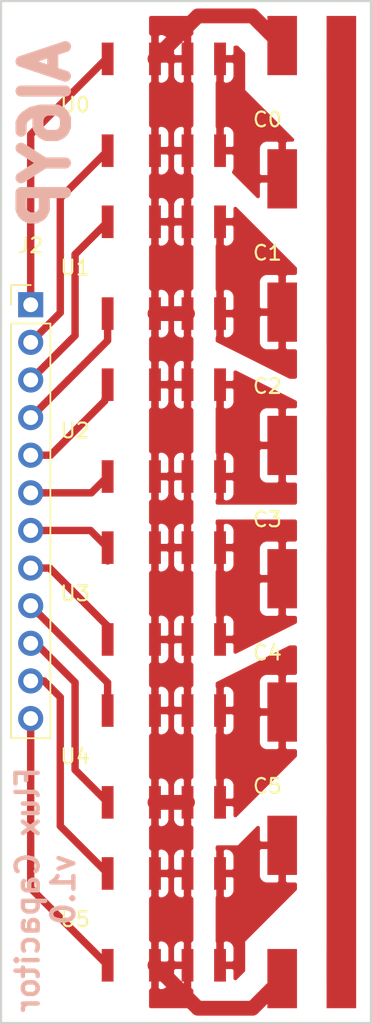
<source format=kicad_pcb>
(kicad_pcb (version 4) (host pcbnew 4.0.7)

  (general
    (links 56)
    (no_connects 0)
    (area 131.252381 63.025 159.075001 139.075)
    (thickness 1.6)
    (drawings 6)
    (tracks 56)
    (zones 0)
    (modules 15)
    (nets 21)
  )

  (page A4)
  (layers
    (0 F.Cu signal)
    (31 B.Cu signal)
    (32 B.Adhes user)
    (33 F.Adhes user)
    (34 B.Paste user)
    (35 F.Paste user)
    (36 B.SilkS user)
    (37 F.SilkS user)
    (38 B.Mask user)
    (39 F.Mask user)
    (40 Dwgs.User user)
    (41 Cmts.User user)
    (42 Eco1.User user)
    (43 Eco2.User user)
    (44 Edge.Cuts user)
    (45 Margin user)
    (46 B.CrtYd user)
    (47 F.CrtYd user)
    (48 B.Fab user)
    (49 F.Fab user)
  )

  (setup
    (last_trace_width 0.25)
    (user_trace_width 0.5)
    (user_trace_width 1)
    (user_trace_width 2)
    (trace_clearance 0.2)
    (zone_clearance 0.508)
    (zone_45_only no)
    (trace_min 0.2)
    (segment_width 0.2)
    (edge_width 0.15)
    (via_size 0.6)
    (via_drill 0.4)
    (via_min_size 0.4)
    (via_min_drill 0.3)
    (uvia_size 0.3)
    (uvia_drill 0.1)
    (uvias_allowed no)
    (uvia_min_size 0.2)
    (uvia_min_drill 0.1)
    (pcb_text_width 0.3)
    (pcb_text_size 1.5 1.5)
    (mod_edge_width 0.15)
    (mod_text_size 1 1)
    (mod_text_width 0.15)
    (pad_size 1.524 1.524)
    (pad_drill 0.762)
    (pad_to_mask_clearance 0.2)
    (aux_axis_origin 0 0)
    (visible_elements FFFFFF7F)
    (pcbplotparams
      (layerselection 0x00030_80000001)
      (usegerberextensions false)
      (excludeedgelayer true)
      (linewidth 0.100000)
      (plotframeref false)
      (viasonmask false)
      (mode 1)
      (useauxorigin false)
      (hpglpennumber 1)
      (hpglpenspeed 20)
      (hpglpendiameter 15)
      (hpglpenoverlay 2)
      (psnegative false)
      (psa4output false)
      (plotreference true)
      (plotvalue true)
      (plotinvisibletext false)
      (padsonsilk false)
      (subtractmaskfromsilk false)
      (outputformat 1)
      (mirror false)
      (drillshape 1)
      (scaleselection 1)
      (outputdirectory ""))
  )

  (net 0 "")
  (net 1 "Net-(C2-Pad2)")
  (net 2 "Net-(C3-Pad2)")
  (net 3 "Net-(C4-Pad2)")
  (net 4 "Net-(C5-Pad2)")
  (net 5 "Net-(J2-Pad1)")
  (net 6 "Net-(J2-Pad2)")
  (net 7 "Net-(J2-Pad3)")
  (net 8 "Net-(J2-Pad4)")
  (net 9 "Net-(J2-Pad5)")
  (net 10 "Net-(J2-Pad6)")
  (net 11 "Net-(J2-Pad7)")
  (net 12 "Net-(J2-Pad8)")
  (net 13 "Net-(J2-Pad9)")
  (net 14 "Net-(J2-Pad10)")
  (net 15 "Net-(J2-Pad11)")
  (net 16 "Net-(J2-Pad12)")
  (net 17 "Net-(C1-Pad2)")
  (net 18 B)
  (net 19 "Net-(C0-Pad1)")
  (net 20 "Net-(C0-Pad2)")

  (net_class Default "This is the default net class."
    (clearance 0.2)
    (trace_width 0.25)
    (via_dia 0.6)
    (via_drill 0.4)
    (uvia_dia 0.3)
    (uvia_drill 0.1)
    (add_net B)
    (add_net "Net-(C0-Pad1)")
    (add_net "Net-(C0-Pad2)")
    (add_net "Net-(C1-Pad2)")
    (add_net "Net-(C2-Pad2)")
    (add_net "Net-(C3-Pad2)")
    (add_net "Net-(C4-Pad2)")
    (add_net "Net-(C5-Pad2)")
    (add_net "Net-(J2-Pad1)")
    (add_net "Net-(J2-Pad10)")
    (add_net "Net-(J2-Pad11)")
    (add_net "Net-(J2-Pad12)")
    (add_net "Net-(J2-Pad2)")
    (add_net "Net-(J2-Pad3)")
    (add_net "Net-(J2-Pad4)")
    (add_net "Net-(J2-Pad5)")
    (add_net "Net-(J2-Pad6)")
    (add_net "Net-(J2-Pad7)")
    (add_net "Net-(J2-Pad8)")
    (add_net "Net-(J2-Pad9)")
  )

  (net_class 1mm ""
    (clearance 0.2)
    (trace_width 1)
    (via_dia 0.6)
    (via_drill 0.4)
    (uvia_dia 0.3)
    (uvia_drill 0.1)
  )

  (module drom:IM_Relay_Gul_Wings (layer F.Cu) (tedit 59E78915) (tstamp 59E786E0)
    (at 145 117)
    (path /59E71494)
    (fp_text reference U4 (at -6 0) (layer F.SilkS)
      (effects (font (size 1 1) (thickness 0.15)))
    )
    (fp_text value IM_Relay_Bis (at 0 -6.35) (layer F.Fab) hide
      (effects (font (size 1 1) (thickness 0.15)))
    )
    (pad 1 smd rect (at -3.8 3.1) (size 0.8 2.2) (layers F.Cu F.Paste F.Mask)
      (net 14 "Net-(J2-Pad10)"))
    (pad 2 smd rect (at -0.6 3.1) (size 0.8 2.2) (layers F.Cu F.Paste F.Mask)
      (net 18 B))
    (pad 3 smd rect (at 1.6 3.1) (size 0.8 2.2) (layers F.Cu F.Paste F.Mask)
      (net 18 B))
    (pad 4 smd rect (at 3.8 3.1) (size 0.8 2.2) (layers F.Cu F.Paste F.Mask)
      (net 3 "Net-(C4-Pad2)"))
    (pad 5 smd rect (at 3.8 -3.1) (size 0.8 2.2) (layers F.Cu F.Paste F.Mask)
      (net 3 "Net-(C4-Pad2)"))
    (pad 6 smd rect (at 1.6 -3.1) (size 0.8 2.2) (layers F.Cu F.Paste F.Mask)
      (net 18 B))
    (pad 7 smd rect (at -0.6 -3.1) (size 0.8 2.2) (layers F.Cu F.Paste F.Mask)
      (net 18 B))
    (pad 8 smd rect (at -3.8 -3.1) (size 0.8 2.2) (layers F.Cu F.Paste F.Mask)
      (net 13 "Net-(J2-Pad9)"))
  )

  (module drom:C_1111 (layer F.Cu) (tedit 59E811F9) (tstamp 59E7866A)
    (at 155 87 180)
    (path /59E70013)
    (fp_text reference C1 (at 3 4 180) (layer F.SilkS)
      (effects (font (size 1 1) (thickness 0.15)))
    )
    (fp_text value C (at 0 -3.81 180) (layer F.Fab) hide
      (effects (font (size 1 1) (thickness 0.15)))
    )
    (pad 1 smd rect (at -2 0 180) (size 2 4) (layers F.Cu F.Paste F.Mask)
      (net 19 "Net-(C0-Pad1)"))
    (pad 2 smd rect (at 2 0 180) (size 2 4) (layers F.Cu F.Paste F.Mask)
      (net 17 "Net-(C1-Pad2)"))
  )

  (module drom:C_1111 (layer F.Cu) (tedit 59E811FF) (tstamp 59E78670)
    (at 155 96 180)
    (path /59E70054)
    (fp_text reference C2 (at 3 4 180) (layer F.SilkS)
      (effects (font (size 1 1) (thickness 0.15)))
    )
    (fp_text value C (at 0 -3.81 180) (layer F.Fab) hide
      (effects (font (size 1 1) (thickness 0.15)))
    )
    (pad 1 smd rect (at -2 0 180) (size 2 4) (layers F.Cu F.Paste F.Mask)
      (net 19 "Net-(C0-Pad1)"))
    (pad 2 smd rect (at 2 0 180) (size 2 4) (layers F.Cu F.Paste F.Mask)
      (net 1 "Net-(C2-Pad2)"))
  )

  (module drom:C_1111 (layer F.Cu) (tedit 59E81202) (tstamp 59E78676)
    (at 155 105 180)
    (path /59E700B4)
    (fp_text reference C3 (at 3 4 180) (layer F.SilkS)
      (effects (font (size 1 1) (thickness 0.15)))
    )
    (fp_text value C (at 0 -3.81 180) (layer F.Fab) hide
      (effects (font (size 1 1) (thickness 0.15)))
    )
    (pad 1 smd rect (at -2 0 180) (size 2 4) (layers F.Cu F.Paste F.Mask)
      (net 19 "Net-(C0-Pad1)"))
    (pad 2 smd rect (at 2 0 180) (size 2 4) (layers F.Cu F.Paste F.Mask)
      (net 2 "Net-(C3-Pad2)"))
  )

  (module drom:C_1111 (layer F.Cu) (tedit 59E81206) (tstamp 59E7867C)
    (at 155 114 180)
    (path /59E70119)
    (fp_text reference C4 (at 3 4 180) (layer F.SilkS)
      (effects (font (size 1 1) (thickness 0.15)))
    )
    (fp_text value C (at 0 -3.81 180) (layer F.Fab) hide
      (effects (font (size 1 1) (thickness 0.15)))
    )
    (pad 1 smd rect (at -2 0 180) (size 2 4) (layers F.Cu F.Paste F.Mask)
      (net 19 "Net-(C0-Pad1)"))
    (pad 2 smd rect (at 2 0 180) (size 2 4) (layers F.Cu F.Paste F.Mask)
      (net 3 "Net-(C4-Pad2)"))
  )

  (module drom:C_1111 (layer F.Cu) (tedit 59E8120B) (tstamp 59E78682)
    (at 155 123 180)
    (path /59E7158F)
    (fp_text reference C5 (at 3 4 180) (layer F.SilkS)
      (effects (font (size 1 1) (thickness 0.15)))
    )
    (fp_text value C (at 0 -3.81 180) (layer F.Fab) hide
      (effects (font (size 1 1) (thickness 0.15)))
    )
    (pad 1 smd rect (at -2 0 180) (size 2 4) (layers F.Cu F.Paste F.Mask)
      (net 19 "Net-(C0-Pad1)"))
    (pad 2 smd rect (at 2 0 180) (size 2 4) (layers F.Cu F.Paste F.Mask)
      (net 4 "Net-(C5-Pad2)"))
  )

  (module Pin_Headers:Pin_Header_Straight_1x12_Pitch2.54mm (layer F.Cu) (tedit 59E788E2) (tstamp 59E786AA)
    (at 136 86.5)
    (descr "Through hole straight pin header, 1x12, 2.54mm pitch, single row")
    (tags "Through hole pin header THT 1x12 2.54mm single row")
    (path /59E72189)
    (fp_text reference J2 (at 0 -4) (layer F.SilkS)
      (effects (font (size 1 1) (thickness 0.15)))
    )
    (fp_text value Conn_01x12 (at 0 30.27) (layer F.Fab) hide
      (effects (font (size 1 1) (thickness 0.15)))
    )
    (fp_line (start -0.635 -1.27) (end 1.27 -1.27) (layer F.Fab) (width 0.1))
    (fp_line (start 1.27 -1.27) (end 1.27 29.21) (layer F.Fab) (width 0.1))
    (fp_line (start 1.27 29.21) (end -1.27 29.21) (layer F.Fab) (width 0.1))
    (fp_line (start -1.27 29.21) (end -1.27 -0.635) (layer F.Fab) (width 0.1))
    (fp_line (start -1.27 -0.635) (end -0.635 -1.27) (layer F.Fab) (width 0.1))
    (fp_line (start -1.33 29.27) (end 1.33 29.27) (layer F.SilkS) (width 0.12))
    (fp_line (start -1.33 1.27) (end -1.33 29.27) (layer F.SilkS) (width 0.12))
    (fp_line (start 1.33 1.27) (end 1.33 29.27) (layer F.SilkS) (width 0.12))
    (fp_line (start -1.33 1.27) (end 1.33 1.27) (layer F.SilkS) (width 0.12))
    (fp_line (start -1.33 0) (end -1.33 -1.33) (layer F.SilkS) (width 0.12))
    (fp_line (start -1.33 -1.33) (end 0 -1.33) (layer F.SilkS) (width 0.12))
    (fp_line (start -1.8 -1.8) (end -1.8 29.75) (layer F.CrtYd) (width 0.05))
    (fp_line (start -1.8 29.75) (end 1.8 29.75) (layer F.CrtYd) (width 0.05))
    (fp_line (start 1.8 29.75) (end 1.8 -1.8) (layer F.CrtYd) (width 0.05))
    (fp_line (start 1.8 -1.8) (end -1.8 -1.8) (layer F.CrtYd) (width 0.05))
    (fp_text user %R (at 0 13.97 90) (layer F.Fab)
      (effects (font (size 1 1) (thickness 0.15)))
    )
    (pad 1 thru_hole rect (at 0 0) (size 1.7 1.7) (drill 1) (layers *.Cu *.Mask)
      (net 5 "Net-(J2-Pad1)"))
    (pad 2 thru_hole oval (at 0 2.54) (size 1.7 1.7) (drill 1) (layers *.Cu *.Mask)
      (net 6 "Net-(J2-Pad2)"))
    (pad 3 thru_hole oval (at 0 5.08) (size 1.7 1.7) (drill 1) (layers *.Cu *.Mask)
      (net 7 "Net-(J2-Pad3)"))
    (pad 4 thru_hole oval (at 0 7.62) (size 1.7 1.7) (drill 1) (layers *.Cu *.Mask)
      (net 8 "Net-(J2-Pad4)"))
    (pad 5 thru_hole oval (at 0 10.16) (size 1.7 1.7) (drill 1) (layers *.Cu *.Mask)
      (net 9 "Net-(J2-Pad5)"))
    (pad 6 thru_hole oval (at 0 12.7) (size 1.7 1.7) (drill 1) (layers *.Cu *.Mask)
      (net 10 "Net-(J2-Pad6)"))
    (pad 7 thru_hole oval (at 0 15.24) (size 1.7 1.7) (drill 1) (layers *.Cu *.Mask)
      (net 11 "Net-(J2-Pad7)"))
    (pad 8 thru_hole oval (at 0 17.78) (size 1.7 1.7) (drill 1) (layers *.Cu *.Mask)
      (net 12 "Net-(J2-Pad8)"))
    (pad 9 thru_hole oval (at 0 20.32) (size 1.7 1.7) (drill 1) (layers *.Cu *.Mask)
      (net 13 "Net-(J2-Pad9)"))
    (pad 10 thru_hole oval (at 0 22.86) (size 1.7 1.7) (drill 1) (layers *.Cu *.Mask)
      (net 14 "Net-(J2-Pad10)"))
    (pad 11 thru_hole oval (at 0 25.4) (size 1.7 1.7) (drill 1) (layers *.Cu *.Mask)
      (net 15 "Net-(J2-Pad11)"))
    (pad 12 thru_hole oval (at 0 27.94) (size 1.7 1.7) (drill 1) (layers *.Cu *.Mask)
      (net 16 "Net-(J2-Pad12)"))
    (model ${KISYS3DMOD}/Pin_Headers.3dshapes/Pin_Header_Straight_1x12_Pitch2.54mm.wrl
      (at (xyz 0 0 0))
      (scale (xyz 1 1 1))
      (rotate (xyz 0 0 0))
    )
  )

  (module drom:IM_Relay_Gul_Wings (layer F.Cu) (tedit 59E78920) (tstamp 59E786BC)
    (at 145 84)
    (path /59E6FAAC)
    (fp_text reference U1 (at -6 0) (layer F.SilkS)
      (effects (font (size 1 1) (thickness 0.15)))
    )
    (fp_text value IM_Relay_Bis (at 0 -6.35) (layer F.Fab) hide
      (effects (font (size 1 1) (thickness 0.15)))
    )
    (pad 1 smd rect (at -3.8 3.1) (size 0.8 2.2) (layers F.Cu F.Paste F.Mask)
      (net 8 "Net-(J2-Pad4)"))
    (pad 2 smd rect (at -0.6 3.1) (size 0.8 2.2) (layers F.Cu F.Paste F.Mask)
      (net 18 B))
    (pad 3 smd rect (at 1.6 3.1) (size 0.8 2.2) (layers F.Cu F.Paste F.Mask)
      (net 18 B))
    (pad 4 smd rect (at 3.8 3.1) (size 0.8 2.2) (layers F.Cu F.Paste F.Mask)
      (net 17 "Net-(C1-Pad2)"))
    (pad 5 smd rect (at 3.8 -3.1) (size 0.8 2.2) (layers F.Cu F.Paste F.Mask)
      (net 17 "Net-(C1-Pad2)"))
    (pad 6 smd rect (at 1.6 -3.1) (size 0.8 2.2) (layers F.Cu F.Paste F.Mask)
      (net 18 B))
    (pad 7 smd rect (at -0.6 -3.1) (size 0.8 2.2) (layers F.Cu F.Paste F.Mask)
      (net 18 B))
    (pad 8 smd rect (at -3.8 -3.1) (size 0.8 2.2) (layers F.Cu F.Paste F.Mask)
      (net 7 "Net-(J2-Pad3)"))
  )

  (module drom:IM_Relay_Gul_Wings (layer F.Cu) (tedit 59E7891C) (tstamp 59E786C8)
    (at 145 95)
    (path /59E6FC21)
    (fp_text reference U2 (at -6 0) (layer F.SilkS)
      (effects (font (size 1 1) (thickness 0.15)))
    )
    (fp_text value IM_Relay_Bis (at 0 -6.35) (layer F.Fab) hide
      (effects (font (size 1 1) (thickness 0.15)))
    )
    (pad 1 smd rect (at -3.8 3.1) (size 0.8 2.2) (layers F.Cu F.Paste F.Mask)
      (net 10 "Net-(J2-Pad6)"))
    (pad 2 smd rect (at -0.6 3.1) (size 0.8 2.2) (layers F.Cu F.Paste F.Mask)
      (net 18 B))
    (pad 3 smd rect (at 1.6 3.1) (size 0.8 2.2) (layers F.Cu F.Paste F.Mask)
      (net 18 B))
    (pad 4 smd rect (at 3.8 3.1) (size 0.8 2.2) (layers F.Cu F.Paste F.Mask)
      (net 1 "Net-(C2-Pad2)"))
    (pad 5 smd rect (at 3.8 -3.1) (size 0.8 2.2) (layers F.Cu F.Paste F.Mask)
      (net 1 "Net-(C2-Pad2)"))
    (pad 6 smd rect (at 1.6 -3.1) (size 0.8 2.2) (layers F.Cu F.Paste F.Mask)
      (net 18 B))
    (pad 7 smd rect (at -0.6 -3.1) (size 0.8 2.2) (layers F.Cu F.Paste F.Mask)
      (net 18 B))
    (pad 8 smd rect (at -3.8 -3.1) (size 0.8 2.2) (layers F.Cu F.Paste F.Mask)
      (net 9 "Net-(J2-Pad5)"))
  )

  (module drom:IM_Relay_Gul_Wings (layer F.Cu) (tedit 59E78919) (tstamp 59E786D4)
    (at 145 106)
    (path /59E6FE46)
    (fp_text reference U3 (at -6 0) (layer F.SilkS)
      (effects (font (size 1 1) (thickness 0.15)))
    )
    (fp_text value IM_Relay_Bis (at 0 -6.35) (layer F.Fab) hide
      (effects (font (size 1 1) (thickness 0.15)))
    )
    (pad 1 smd rect (at -3.8 3.1) (size 0.8 2.2) (layers F.Cu F.Paste F.Mask)
      (net 12 "Net-(J2-Pad8)"))
    (pad 2 smd rect (at -0.6 3.1) (size 0.8 2.2) (layers F.Cu F.Paste F.Mask)
      (net 18 B))
    (pad 3 smd rect (at 1.6 3.1) (size 0.8 2.2) (layers F.Cu F.Paste F.Mask)
      (net 18 B))
    (pad 4 smd rect (at 3.8 3.1) (size 0.8 2.2) (layers F.Cu F.Paste F.Mask)
      (net 2 "Net-(C3-Pad2)"))
    (pad 5 smd rect (at 3.8 -3.1) (size 0.8 2.2) (layers F.Cu F.Paste F.Mask)
      (net 2 "Net-(C3-Pad2)"))
    (pad 6 smd rect (at 1.6 -3.1) (size 0.8 2.2) (layers F.Cu F.Paste F.Mask)
      (net 18 B))
    (pad 7 smd rect (at -0.6 -3.1) (size 0.8 2.2) (layers F.Cu F.Paste F.Mask)
      (net 18 B))
    (pad 8 smd rect (at -3.8 -3.1) (size 0.8 2.2) (layers F.Cu F.Paste F.Mask)
      (net 11 "Net-(J2-Pad7)"))
  )

  (module drom:IM_Relay_Gul_Wings (layer F.Cu) (tedit 59E78912) (tstamp 59E786EC)
    (at 145 128)
    (path /59E71528)
    (fp_text reference U5 (at -6 0) (layer F.SilkS)
      (effects (font (size 1 1) (thickness 0.15)))
    )
    (fp_text value IM_Relay_Bis (at 0 -6.35) (layer F.Fab) hide
      (effects (font (size 1 1) (thickness 0.15)))
    )
    (pad 1 smd rect (at -3.8 3.1) (size 0.8 2.2) (layers F.Cu F.Paste F.Mask)
      (net 16 "Net-(J2-Pad12)"))
    (pad 2 smd rect (at -0.6 3.1) (size 0.8 2.2) (layers F.Cu F.Paste F.Mask)
      (net 18 B))
    (pad 3 smd rect (at 1.6 3.1) (size 0.8 2.2) (layers F.Cu F.Paste F.Mask)
      (net 18 B))
    (pad 4 smd rect (at 3.8 3.1) (size 0.8 2.2) (layers F.Cu F.Paste F.Mask)
      (net 4 "Net-(C5-Pad2)"))
    (pad 5 smd rect (at 3.8 -3.1) (size 0.8 2.2) (layers F.Cu F.Paste F.Mask)
      (net 4 "Net-(C5-Pad2)"))
    (pad 6 smd rect (at 1.6 -3.1) (size 0.8 2.2) (layers F.Cu F.Paste F.Mask)
      (net 18 B))
    (pad 7 smd rect (at -0.6 -3.1) (size 0.8 2.2) (layers F.Cu F.Paste F.Mask)
      (net 18 B))
    (pad 8 smd rect (at -3.8 -3.1) (size 0.8 2.2) (layers F.Cu F.Paste F.Mask)
      (net 15 "Net-(J2-Pad11)"))
  )

  (module drom:C_1111 (layer F.Cu) (tedit 59E81371) (tstamp 59E81087)
    (at 155 78 180)
    (path /59E6FE9F)
    (fp_text reference C0 (at 3 4 180) (layer F.SilkS)
      (effects (font (size 1 1) (thickness 0.15)))
    )
    (fp_text value C (at 0 -3.81 180) (layer F.Fab) hide
      (effects (font (size 1 1) (thickness 0.15)))
    )
    (pad 1 smd rect (at -2 0 180) (size 2 4) (layers F.Cu F.Paste F.Mask)
      (net 19 "Net-(C0-Pad1)"))
    (pad 2 smd rect (at 2 0 180) (size 2 4) (layers F.Cu F.Paste F.Mask)
      (net 20 "Net-(C0-Pad2)"))
  )

  (module drom:C_1111 (layer F.Cu) (tedit 59E85A33) (tstamp 59E8108D)
    (at 155 69 180)
    (path /59E700E1)
    (fp_text reference C100 (at 0 5 180) (layer F.SilkS) hide
      (effects (font (size 1 1) (thickness 0.15)))
    )
    (fp_text value C (at 0 -3.81 180) (layer F.Fab) hide
      (effects (font (size 1 1) (thickness 0.15)))
    )
    (pad 1 smd rect (at -2 0 180) (size 2 4) (layers F.Cu F.Paste F.Mask)
      (net 19 "Net-(C0-Pad1)"))
    (pad 2 smd rect (at 2 0 180) (size 2 4) (layers F.Cu F.Paste F.Mask)
      (net 18 B))
  )

  (module drom:C_1111 (layer F.Cu) (tedit 59E85A37) (tstamp 59E81093)
    (at 155 132 180)
    (path /59E71663)
    (fp_text reference C101 (at 0 -6 180) (layer F.SilkS) hide
      (effects (font (size 1 1) (thickness 0.15)))
    )
    (fp_text value C (at 0 -3.81 180) (layer F.Fab) hide
      (effects (font (size 1 1) (thickness 0.15)))
    )
    (pad 1 smd rect (at -2 0 180) (size 2 4) (layers F.Cu F.Paste F.Mask)
      (net 19 "Net-(C0-Pad1)"))
    (pad 2 smd rect (at 2 0 180) (size 2 4) (layers F.Cu F.Paste F.Mask)
      (net 18 B))
  )

  (module drom:IM_Relay_Gul_Wings (layer F.Cu) (tedit 59E813D8) (tstamp 59E8109F)
    (at 145 73)
    (path /59E6F9C9)
    (fp_text reference U0 (at -6 0) (layer F.SilkS)
      (effects (font (size 1 1) (thickness 0.15)))
    )
    (fp_text value IM_Relay_Bis (at 0 -6.35) (layer F.Fab) hide
      (effects (font (size 1 1) (thickness 0.15)))
    )
    (pad 1 smd rect (at -3.8 3.1) (size 0.8 2.2) (layers F.Cu F.Paste F.Mask)
      (net 6 "Net-(J2-Pad2)"))
    (pad 2 smd rect (at -0.6 3.1) (size 0.8 2.2) (layers F.Cu F.Paste F.Mask)
      (net 18 B))
    (pad 3 smd rect (at 1.6 3.1) (size 0.8 2.2) (layers F.Cu F.Paste F.Mask)
      (net 18 B))
    (pad 4 smd rect (at 3.8 3.1) (size 0.8 2.2) (layers F.Cu F.Paste F.Mask)
      (net 20 "Net-(C0-Pad2)"))
    (pad 5 smd rect (at 3.8 -3.1) (size 0.8 2.2) (layers F.Cu F.Paste F.Mask)
      (net 20 "Net-(C0-Pad2)"))
    (pad 6 smd rect (at 1.6 -3.1) (size 0.8 2.2) (layers F.Cu F.Paste F.Mask)
      (net 18 B))
    (pad 7 smd rect (at -0.6 -3.1) (size 0.8 2.2) (layers F.Cu F.Paste F.Mask)
      (net 18 B))
    (pad 8 smd rect (at -3.8 -3.1) (size 0.8 2.2) (layers F.Cu F.Paste F.Mask)
      (net 5 "Net-(J2-Pad1)"))
  )

  (gr_text "Flux Capacitor\nv1.0" (at 137 126 90) (layer B.SilkS)
    (effects (font (size 1.5 1.5) (thickness 0.3)) (justify mirror))
  )
  (gr_text AI6YP (at 137 75 90) (layer B.SilkS)
    (effects (font (size 3 3) (thickness 0.75)) (justify mirror))
  )
  (gr_line (start 134 135) (end 134 66) (angle 90) (layer Edge.Cuts) (width 0.15))
  (gr_line (start 159 135) (end 134 135) (angle 90) (layer Edge.Cuts) (width 0.15))
  (gr_line (start 159 66) (end 159 135) (angle 90) (layer Edge.Cuts) (width 0.15))
  (gr_line (start 134 66) (end 159 66) (angle 90) (layer Edge.Cuts) (width 0.15))

  (segment (start 152.7 96) (end 153 96) (width 0.5) (layer F.Cu) (net 1) (tstamp 59E8029B) (status 30))
  (segment (start 153 114) (end 152.9 113.9) (width 1) (layer F.Cu) (net 3))
  (segment (start 136 86.5) (end 136 75) (width 0.5) (layer F.Cu) (net 5))
  (segment (start 136 75) (end 141 70) (width 0.5) (layer F.Cu) (net 5) (tstamp 59E81342))
  (segment (start 141 70) (end 141.2 69.9) (width 0.5) (layer F.Cu) (net 5) (tstamp 59E81347))
  (segment (start 136 89.04) (end 138 87.04) (width 0.5) (layer F.Cu) (net 6))
  (segment (start 138 87.04) (end 138 79.3) (width 0.5) (layer F.Cu) (net 6) (tstamp 59E81349))
  (segment (start 138 79.3) (end 141.2 76.1) (width 0.5) (layer F.Cu) (net 6) (tstamp 59E81350))
  (segment (start 136 91.58) (end 139 88.58) (width 0.5) (layer F.Cu) (net 7))
  (segment (start 139 88.58) (end 139 83.1) (width 0.5) (layer F.Cu) (net 7) (tstamp 59E81354))
  (segment (start 139 83.1) (end 141.2 80.9) (width 0.5) (layer F.Cu) (net 7) (tstamp 59E81356))
  (segment (start 136 94.12) (end 141.2 88.92) (width 0.5) (layer F.Cu) (net 8))
  (segment (start 141.2 88.92) (end 141.2 87.1) (width 0.5) (layer F.Cu) (net 8) (tstamp 59E84F7F))
  (segment (start 136 96.66) (end 137.34 96.66) (width 0.5) (layer F.Cu) (net 9))
  (segment (start 137.34 96.66) (end 141 93) (width 0.5) (layer F.Cu) (net 9) (tstamp 59E81337))
  (segment (start 141 93) (end 141.2 91.9) (width 0.5) (layer F.Cu) (net 9) (tstamp 59E8133B))
  (segment (start 136 99.2) (end 140.1 99.2) (width 0.5) (layer F.Cu) (net 10))
  (segment (start 140.1 99.2) (end 141.2 98.1) (width 0.5) (layer F.Cu) (net 10) (tstamp 59E81333))
  (segment (start 141.2 98.8) (end 141.2 98.1) (width 0.5) (layer F.Cu) (net 10) (tstamp 59E805A9))
  (segment (start 141.2 98.1) (end 141.2 98.8) (width 0.5) (layer F.Cu) (net 10))
  (segment (start 136 101.74) (end 140.04 101.74) (width 0.5) (layer F.Cu) (net 11))
  (segment (start 140.04 101.74) (end 141.2 102.9) (width 0.5) (layer F.Cu) (net 11) (tstamp 59E8132A))
  (segment (start 141.2 102.9) (end 141.2 103.8) (width 0.5) (layer F.Cu) (net 11))
  (segment (start 136 104.28) (end 137.28 104.28) (width 0.5) (layer F.Cu) (net 12))
  (segment (start 137.28 104.28) (end 141.2 108.2) (width 0.5) (layer F.Cu) (net 12) (tstamp 59E81324))
  (segment (start 141.2 108.2) (end 141.2 109.1) (width 0.5) (layer F.Cu) (net 12) (tstamp 59E81327))
  (segment (start 136 106.82) (end 141.2 112.02) (width 0.5) (layer F.Cu) (net 13))
  (segment (start 141.2 112.02) (end 141.2 113.9) (width 0.5) (layer F.Cu) (net 13) (tstamp 59E85000))
  (segment (start 141.2 120.1) (end 139 117.9) (width 0.5) (layer F.Cu) (net 14))
  (segment (start 139 112) (end 136.36 109.36) (width 0.5) (layer F.Cu) (net 14) (tstamp 59E812EF))
  (segment (start 139 117.9) (end 139 112) (width 0.5) (layer F.Cu) (net 14) (tstamp 59E812E9))
  (segment (start 136.36 109.36) (end 136 109.36) (width 0.5) (layer F.Cu) (net 14) (tstamp 59E812F4))
  (segment (start 141.2 119.48) (end 141.2 120.1) (width 0.5) (layer F.Cu) (net 14) (tstamp 59E80ED9))
  (segment (start 141.2 124.9) (end 138 121.7) (width 0.5) (layer F.Cu) (net 15))
  (segment (start 136.9 111.9) (end 136 111.9) (width 0.5) (layer F.Cu) (net 15) (tstamp 59E812E3))
  (segment (start 138 113) (end 136.9 111.9) (width 0.5) (layer F.Cu) (net 15) (tstamp 59E812DF))
  (segment (start 138 121.7) (end 138 113) (width 0.5) (layer F.Cu) (net 15) (tstamp 59E812DD))
  (segment (start 141.2 131.1) (end 136 125.9) (width 0.5) (layer F.Cu) (net 16))
  (segment (start 136 125.9) (end 136 114.44) (width 0.5) (layer F.Cu) (net 16) (tstamp 59E812D6))
  (segment (start 153 87) (end 152.9 87.1) (width 1) (layer F.Cu) (net 17))
  (segment (start 153 86) (end 153 87) (width 0.5) (layer F.Cu) (net 17) (tstamp 59E80444) (status 30))
  (segment (start 144.4 69.9) (end 147.3 67) (width 1) (layer F.Cu) (net 18))
  (segment (start 151 67) (end 153 69) (width 1) (layer F.Cu) (net 18) (tstamp 59E85549))
  (segment (start 147.3 67) (end 151 67) (width 1) (layer F.Cu) (net 18) (tstamp 59E85547))
  (segment (start 144.4 131.1) (end 147.3 134) (width 1) (layer F.Cu) (net 18))
  (segment (start 151 134) (end 153 132) (width 1) (layer F.Cu) (net 18) (tstamp 59E8553C))
  (segment (start 147.3 134) (end 151 134) (width 1) (layer F.Cu) (net 18) (tstamp 59E85532))
  (segment (start 144.4 120.1) (end 146.6 120.1) (width 1) (layer F.Cu) (net 18))
  (segment (start 144.4 87.1) (end 146.6 87.1) (width 1) (layer F.Cu) (net 18))
  (segment (start 157 69) (end 157 78) (width 2) (layer F.Cu) (net 19))
  (segment (start 157 78) (end 157 87) (width 2) (layer F.Cu) (net 19))
  (segment (start 157 87) (end 157 96) (width 2) (layer F.Cu) (net 19) (status 10))
  (segment (start 157 96) (end 157 105) (width 2) (layer F.Cu) (net 19) (status 10))
  (segment (start 157 105) (end 157 114) (width 2) (layer F.Cu) (net 19) (status 10))
  (segment (start 157 114) (end 157 123) (width 2) (layer F.Cu) (net 19) (status 10))
  (segment (start 157 132) (end 157 123) (width 2) (layer F.Cu) (net 19))

  (zone (net 20) (net_name "Net-(C0-Pad2)") (layer F.Cu) (tstamp 59E85206) (hatch edge 0.508)
    (connect_pads (clearance 0.508))
    (min_thickness 0.254)
    (fill yes (arc_segments 16) (thermal_gap 0.508) (thermal_bridge_width 0.508))
    (polygon
      (pts
        (xy 148.5 77) (xy 148.5 69) (xy 150 69) (xy 150.5 69.5) (xy 150.5 72)
        (xy 154 75.5) (xy 154 80) (xy 152 80) (xy 149 77)
      )
    )
    (filled_polygon
      (pts
        (xy 150.373 69.552606) (xy 150.373 72) (xy 150.383006 72.04941) (xy 150.410197 72.089803) (xy 153.685394 75.365)
        (xy 153.28575 75.365) (xy 153.127 75.52375) (xy 153.127 77.873) (xy 153.147 77.873) (xy 153.147 78.127)
        (xy 153.127 78.127) (xy 153.127 78.147) (xy 152.873 78.147) (xy 152.873 78.127) (xy 151.52375 78.127)
        (xy 151.365 78.28575) (xy 151.365 79.185394) (xy 149.738613 77.559007) (xy 149.835 77.32631) (xy 149.835 76.38575)
        (xy 149.67625 76.227) (xy 148.927 76.227) (xy 148.927 76.247) (xy 148.673 76.247) (xy 148.673 76.227)
        (xy 148.653 76.227) (xy 148.653 75.973) (xy 148.673 75.973) (xy 148.673 74.52375) (xy 148.927 74.52375)
        (xy 148.927 75.973) (xy 149.67625 75.973) (xy 149.77556 75.87369) (xy 151.365 75.87369) (xy 151.365 77.71425)
        (xy 151.52375 77.873) (xy 152.873 77.873) (xy 152.873 75.52375) (xy 152.71425 75.365) (xy 151.873691 75.365)
        (xy 151.640302 75.461673) (xy 151.461673 75.640301) (xy 151.365 75.87369) (xy 149.77556 75.87369) (xy 149.835 75.81425)
        (xy 149.835 74.87369) (xy 149.738327 74.640301) (xy 149.559698 74.461673) (xy 149.326309 74.365) (xy 149.08575 74.365)
        (xy 148.927 74.52375) (xy 148.673 74.52375) (xy 148.627 74.47775) (xy 148.627 71.52225) (xy 148.673 71.47625)
        (xy 148.673 70.027) (xy 148.927 70.027) (xy 148.927 71.47625) (xy 149.08575 71.635) (xy 149.326309 71.635)
        (xy 149.559698 71.538327) (xy 149.738327 71.359699) (xy 149.835 71.12631) (xy 149.835 70.18575) (xy 149.67625 70.027)
        (xy 148.927 70.027) (xy 148.673 70.027) (xy 148.653 70.027) (xy 148.653 69.773) (xy 148.673 69.773)
        (xy 148.673 69.753) (xy 148.927 69.753) (xy 148.927 69.773) (xy 149.67625 69.773) (xy 149.835 69.61425)
        (xy 149.835 69.127) (xy 149.947394 69.127)
      )
    )
  )
  (zone (net 17) (net_name "Net-(C1-Pad2)") (layer F.Cu) (tstamp 59E8527D) (hatch edge 0.508)
    (connect_pads (clearance 0.508))
    (min_thickness 0.254)
    (fill yes (arc_segments 16) (thermal_gap 0.508) (thermal_bridge_width 0.508))
    (polygon
      (pts
        (xy 148.5 79.5) (xy 149.5 79.5) (xy 154 84) (xy 154 91.5) (xy 153.5 91.5)
        (xy 148.5 89) (xy 148.5 87)
      )
    )
    (filled_polygon
      (pts
        (xy 153.873 84.052606) (xy 153.873 84.365) (xy 153.28575 84.365) (xy 153.127 84.52375) (xy 153.127 86.873)
        (xy 153.147 86.873) (xy 153.147 87.127) (xy 153.127 87.127) (xy 153.127 89.47625) (xy 153.28575 89.635)
        (xy 153.873 89.635) (xy 153.873 91.373) (xy 153.52998 91.373) (xy 148.627 88.92151) (xy 148.627 88.72225)
        (xy 148.673 88.67625) (xy 148.673 87.227) (xy 148.927 87.227) (xy 148.927 88.67625) (xy 149.08575 88.835)
        (xy 149.326309 88.835) (xy 149.559698 88.738327) (xy 149.738327 88.559699) (xy 149.835 88.32631) (xy 149.835 87.38575)
        (xy 149.735 87.28575) (xy 151.365 87.28575) (xy 151.365 89.12631) (xy 151.461673 89.359699) (xy 151.640302 89.538327)
        (xy 151.873691 89.635) (xy 152.71425 89.635) (xy 152.873 89.47625) (xy 152.873 87.127) (xy 151.52375 87.127)
        (xy 151.365 87.28575) (xy 149.735 87.28575) (xy 149.67625 87.227) (xy 148.927 87.227) (xy 148.673 87.227)
        (xy 148.653 87.227) (xy 148.653 86.973) (xy 148.673 86.973) (xy 148.673 85.52375) (xy 148.927 85.52375)
        (xy 148.927 86.973) (xy 149.67625 86.973) (xy 149.835 86.81425) (xy 149.835 85.87369) (xy 149.738327 85.640301)
        (xy 149.559698 85.461673) (xy 149.326309 85.365) (xy 149.08575 85.365) (xy 148.927 85.52375) (xy 148.673 85.52375)
        (xy 148.627 85.47775) (xy 148.627 84.87369) (xy 151.365 84.87369) (xy 151.365 86.71425) (xy 151.52375 86.873)
        (xy 152.873 86.873) (xy 152.873 84.52375) (xy 152.71425 84.365) (xy 151.873691 84.365) (xy 151.640302 84.461673)
        (xy 151.461673 84.640301) (xy 151.365 84.87369) (xy 148.627 84.87369) (xy 148.627 82.52225) (xy 148.673 82.47625)
        (xy 148.673 81.027) (xy 148.927 81.027) (xy 148.927 82.47625) (xy 149.08575 82.635) (xy 149.326309 82.635)
        (xy 149.559698 82.538327) (xy 149.738327 82.359699) (xy 149.835 82.12631) (xy 149.835 81.18575) (xy 149.67625 81.027)
        (xy 148.927 81.027) (xy 148.673 81.027) (xy 148.653 81.027) (xy 148.653 80.773) (xy 148.673 80.773)
        (xy 148.673 80.753) (xy 148.927 80.753) (xy 148.927 80.773) (xy 149.67625 80.773) (xy 149.835 80.61425)
        (xy 149.835 80.014606)
      )
    )
  )
  (zone (net 1) (net_name "Net-(C2-Pad2)") (layer F.Cu) (tstamp 59E852B0) (hatch edge 0.508)
    (connect_pads (clearance 0.508))
    (min_thickness 0.254)
    (fill yes (arc_segments 16) (thermal_gap 0.508) (thermal_bridge_width 0.508))
    (polygon
      (pts
        (xy 148.5 90.5) (xy 149 90.5) (xy 154 93) (xy 154 100) (xy 148.5 100)
        (xy 148.5 99)
      )
    )
    (filled_polygon
      (pts
        (xy 153.873 93.07849) (xy 153.873 93.365) (xy 153.28575 93.365) (xy 153.127 93.52375) (xy 153.127 95.873)
        (xy 153.147 95.873) (xy 153.147 96.127) (xy 153.127 96.127) (xy 153.127 98.47625) (xy 153.28575 98.635)
        (xy 153.873 98.635) (xy 153.873 99.873) (xy 148.627 99.873) (xy 148.627 99.72225) (xy 148.673 99.67625)
        (xy 148.673 98.227) (xy 148.927 98.227) (xy 148.927 99.67625) (xy 149.08575 99.835) (xy 149.326309 99.835)
        (xy 149.559698 99.738327) (xy 149.738327 99.559699) (xy 149.835 99.32631) (xy 149.835 98.38575) (xy 149.67625 98.227)
        (xy 148.927 98.227) (xy 148.673 98.227) (xy 148.653 98.227) (xy 148.653 97.973) (xy 148.673 97.973)
        (xy 148.673 96.52375) (xy 148.927 96.52375) (xy 148.927 97.973) (xy 149.67625 97.973) (xy 149.835 97.81425)
        (xy 149.835 96.87369) (xy 149.738327 96.640301) (xy 149.559698 96.461673) (xy 149.326309 96.365) (xy 149.08575 96.365)
        (xy 148.927 96.52375) (xy 148.673 96.52375) (xy 148.627 96.47775) (xy 148.627 96.28575) (xy 151.365 96.28575)
        (xy 151.365 98.12631) (xy 151.461673 98.359699) (xy 151.640302 98.538327) (xy 151.873691 98.635) (xy 152.71425 98.635)
        (xy 152.873 98.47625) (xy 152.873 96.127) (xy 151.52375 96.127) (xy 151.365 96.28575) (xy 148.627 96.28575)
        (xy 148.627 93.87369) (xy 151.365 93.87369) (xy 151.365 95.71425) (xy 151.52375 95.873) (xy 152.873 95.873)
        (xy 152.873 93.52375) (xy 152.71425 93.365) (xy 151.873691 93.365) (xy 151.640302 93.461673) (xy 151.461673 93.640301)
        (xy 151.365 93.87369) (xy 148.627 93.87369) (xy 148.627 93.52225) (xy 148.673 93.47625) (xy 148.673 92.027)
        (xy 148.927 92.027) (xy 148.927 93.47625) (xy 149.08575 93.635) (xy 149.326309 93.635) (xy 149.559698 93.538327)
        (xy 149.738327 93.359699) (xy 149.835 93.12631) (xy 149.835 92.18575) (xy 149.67625 92.027) (xy 148.927 92.027)
        (xy 148.673 92.027) (xy 148.653 92.027) (xy 148.653 91.773) (xy 148.673 91.773) (xy 148.673 91.753)
        (xy 148.927 91.753) (xy 148.927 91.773) (xy 149.67625 91.773) (xy 149.835 91.61425) (xy 149.835 91.05949)
      )
    )
  )
  (zone (net 2) (net_name "Net-(C3-Pad2)") (layer F.Cu) (tstamp 59E852F1) (hatch edge 0.508)
    (connect_pads (clearance 0.508))
    (min_thickness 0.254)
    (fill yes (arc_segments 16) (thermal_gap 0.508) (thermal_bridge_width 0.508))
    (polygon
      (pts
        (xy 148.5 101) (xy 154 101) (xy 154 108) (xy 149 110.5) (xy 148.5 110.5)
        (xy 148.5 109)
      )
    )
    (filled_polygon
      (pts
        (xy 153.873 102.365) (xy 153.28575 102.365) (xy 153.127 102.52375) (xy 153.127 104.873) (xy 153.147 104.873)
        (xy 153.147 105.127) (xy 153.127 105.127) (xy 153.127 107.47625) (xy 153.28575 107.635) (xy 153.873 107.635)
        (xy 153.873 107.92151) (xy 149.835 109.94051) (xy 149.835 109.38575) (xy 149.67625 109.227) (xy 148.927 109.227)
        (xy 148.927 109.247) (xy 148.673 109.247) (xy 148.673 109.227) (xy 148.653 109.227) (xy 148.653 108.973)
        (xy 148.673 108.973) (xy 148.673 107.52375) (xy 148.927 107.52375) (xy 148.927 108.973) (xy 149.67625 108.973)
        (xy 149.835 108.81425) (xy 149.835 107.87369) (xy 149.738327 107.640301) (xy 149.559698 107.461673) (xy 149.326309 107.365)
        (xy 149.08575 107.365) (xy 148.927 107.52375) (xy 148.673 107.52375) (xy 148.627 107.47775) (xy 148.627 105.28575)
        (xy 151.365 105.28575) (xy 151.365 107.12631) (xy 151.461673 107.359699) (xy 151.640302 107.538327) (xy 151.873691 107.635)
        (xy 152.71425 107.635) (xy 152.873 107.47625) (xy 152.873 105.127) (xy 151.52375 105.127) (xy 151.365 105.28575)
        (xy 148.627 105.28575) (xy 148.627 104.52225) (xy 148.673 104.47625) (xy 148.673 103.027) (xy 148.927 103.027)
        (xy 148.927 104.47625) (xy 149.08575 104.635) (xy 149.326309 104.635) (xy 149.559698 104.538327) (xy 149.738327 104.359699)
        (xy 149.835 104.12631) (xy 149.835 103.18575) (xy 149.67625 103.027) (xy 148.927 103.027) (xy 148.673 103.027)
        (xy 148.653 103.027) (xy 148.653 102.87369) (xy 151.365 102.87369) (xy 151.365 104.71425) (xy 151.52375 104.873)
        (xy 152.873 104.873) (xy 152.873 102.52375) (xy 152.71425 102.365) (xy 151.873691 102.365) (xy 151.640302 102.461673)
        (xy 151.461673 102.640301) (xy 151.365 102.87369) (xy 148.653 102.87369) (xy 148.653 102.773) (xy 148.673 102.773)
        (xy 148.673 101.32375) (xy 148.927 101.32375) (xy 148.927 102.773) (xy 149.67625 102.773) (xy 149.835 102.61425)
        (xy 149.835 101.67369) (xy 149.738327 101.440301) (xy 149.559698 101.261673) (xy 149.326309 101.165) (xy 149.08575 101.165)
        (xy 148.927 101.32375) (xy 148.673 101.32375) (xy 148.627 101.27775) (xy 148.627 101.127) (xy 153.873 101.127)
      )
    )
  )
  (zone (net 3) (net_name "Net-(C4-Pad2)") (layer F.Cu) (tstamp 59E85334) (hatch edge 0.508)
    (connect_pads (clearance 0.508))
    (min_thickness 0.254)
    (fill yes (arc_segments 16) (thermal_gap 0.508) (thermal_bridge_width 0.508))
    (polygon
      (pts
        (xy 148.5 112) (xy 153.5 109.5) (xy 154 109.5) (xy 154 117) (xy 149.5 121.5)
        (xy 148.5 121.5) (xy 148.5 121)
      )
    )
    (filled_polygon
      (pts
        (xy 153.873 111.365) (xy 153.28575 111.365) (xy 153.127 111.52375) (xy 153.127 113.873) (xy 153.147 113.873)
        (xy 153.147 114.127) (xy 153.127 114.127) (xy 153.127 116.47625) (xy 153.28575 116.635) (xy 153.873 116.635)
        (xy 153.873 116.947394) (xy 149.835 120.985394) (xy 149.835 120.38575) (xy 149.67625 120.227) (xy 148.927 120.227)
        (xy 148.927 120.247) (xy 148.673 120.247) (xy 148.673 120.227) (xy 148.653 120.227) (xy 148.653 119.973)
        (xy 148.673 119.973) (xy 148.673 118.52375) (xy 148.927 118.52375) (xy 148.927 119.973) (xy 149.67625 119.973)
        (xy 149.835 119.81425) (xy 149.835 118.87369) (xy 149.738327 118.640301) (xy 149.559698 118.461673) (xy 149.326309 118.365)
        (xy 149.08575 118.365) (xy 148.927 118.52375) (xy 148.673 118.52375) (xy 148.627 118.47775) (xy 148.627 115.52225)
        (xy 148.673 115.47625) (xy 148.673 114.027) (xy 148.927 114.027) (xy 148.927 115.47625) (xy 149.08575 115.635)
        (xy 149.326309 115.635) (xy 149.559698 115.538327) (xy 149.738327 115.359699) (xy 149.835 115.12631) (xy 149.835 114.28575)
        (xy 151.365 114.28575) (xy 151.365 116.12631) (xy 151.461673 116.359699) (xy 151.640302 116.538327) (xy 151.873691 116.635)
        (xy 152.71425 116.635) (xy 152.873 116.47625) (xy 152.873 114.127) (xy 151.52375 114.127) (xy 151.365 114.28575)
        (xy 149.835 114.28575) (xy 149.835 114.18575) (xy 149.67625 114.027) (xy 148.927 114.027) (xy 148.673 114.027)
        (xy 148.653 114.027) (xy 148.653 113.773) (xy 148.673 113.773) (xy 148.673 112.32375) (xy 148.927 112.32375)
        (xy 148.927 113.773) (xy 149.67625 113.773) (xy 149.835 113.61425) (xy 149.835 112.67369) (xy 149.738327 112.440301)
        (xy 149.559698 112.261673) (xy 149.326309 112.165) (xy 149.08575 112.165) (xy 148.927 112.32375) (xy 148.673 112.32375)
        (xy 148.627 112.27775) (xy 148.627 112.07849) (xy 149.0366 111.87369) (xy 151.365 111.87369) (xy 151.365 113.71425)
        (xy 151.52375 113.873) (xy 152.873 113.873) (xy 152.873 111.52375) (xy 152.71425 111.365) (xy 151.873691 111.365)
        (xy 151.640302 111.461673) (xy 151.461673 111.640301) (xy 151.365 111.87369) (xy 149.0366 111.87369) (xy 153.52998 109.627)
        (xy 153.873 109.627)
      )
    )
  )
  (zone (net 4) (net_name "Net-(C5-Pad2)") (layer F.Cu) (tstamp 59E8535C) (hatch edge 0.508)
    (connect_pads (clearance 0.508))
    (min_thickness 0.254)
    (fill yes (arc_segments 16) (thermal_gap 0.508) (thermal_bridge_width 0.508))
    (polygon
      (pts
        (xy 154 126) (xy 150.5 129.5) (xy 150.5 131.5) (xy 149.5 132.5) (xy 148.5 132.5)
        (xy 148.5 123) (xy 150 123) (xy 151.5 121.5) (xy 151.5 120.5) (xy 154 120.5)
      )
    )
    (filled_polygon
      (pts
        (xy 151.365 122.71425) (xy 151.52375 122.873) (xy 152.873 122.873) (xy 152.873 122.853) (xy 153.127 122.853)
        (xy 153.127 122.873) (xy 153.147 122.873) (xy 153.147 123.127) (xy 153.127 123.127) (xy 153.127 125.47625)
        (xy 153.28575 125.635) (xy 153.873 125.635) (xy 153.873 125.947394) (xy 150.410197 129.410197) (xy 150.382334 129.452211)
        (xy 150.373 129.5) (xy 150.373 131.447394) (xy 149.835 131.985394) (xy 149.835 131.38575) (xy 149.67625 131.227)
        (xy 148.927 131.227) (xy 148.927 131.247) (xy 148.673 131.247) (xy 148.673 131.227) (xy 148.653 131.227)
        (xy 148.653 130.973) (xy 148.673 130.973) (xy 148.673 129.52375) (xy 148.927 129.52375) (xy 148.927 130.973)
        (xy 149.67625 130.973) (xy 149.835 130.81425) (xy 149.835 129.87369) (xy 149.738327 129.640301) (xy 149.559698 129.461673)
        (xy 149.326309 129.365) (xy 149.08575 129.365) (xy 148.927 129.52375) (xy 148.673 129.52375) (xy 148.627 129.47775)
        (xy 148.627 126.52225) (xy 148.673 126.47625) (xy 148.673 125.027) (xy 148.927 125.027) (xy 148.927 126.47625)
        (xy 149.08575 126.635) (xy 149.326309 126.635) (xy 149.559698 126.538327) (xy 149.738327 126.359699) (xy 149.835 126.12631)
        (xy 149.835 125.18575) (xy 149.67625 125.027) (xy 148.927 125.027) (xy 148.673 125.027) (xy 148.653 125.027)
        (xy 148.653 124.773) (xy 148.673 124.773) (xy 148.673 123.32375) (xy 148.927 123.32375) (xy 148.927 124.773)
        (xy 149.67625 124.773) (xy 149.835 124.61425) (xy 149.835 123.67369) (xy 149.738327 123.440301) (xy 149.583776 123.28575)
        (xy 151.365 123.28575) (xy 151.365 125.12631) (xy 151.461673 125.359699) (xy 151.640302 125.538327) (xy 151.873691 125.635)
        (xy 152.71425 125.635) (xy 152.873 125.47625) (xy 152.873 123.127) (xy 151.52375 123.127) (xy 151.365 123.28575)
        (xy 149.583776 123.28575) (xy 149.559698 123.261673) (xy 149.326309 123.165) (xy 149.08575 123.165) (xy 148.927 123.32375)
        (xy 148.673 123.32375) (xy 148.627 123.27775) (xy 148.627 123.127) (xy 150 123.127) (xy 150.04941 123.116994)
        (xy 150.089803 123.089803) (xy 151.365 121.814606)
      )
    )
  )
  (zone (net 18) (net_name B) (layer F.Cu) (tstamp 59E85495) (hatch edge 0.508)
    (connect_pads (clearance 0.508))
    (min_thickness 0.254)
    (fill yes (arc_segments 16) (thermal_gap 0.508) (thermal_bridge_width 0.508))
    (polygon
      (pts
        (xy 144 134) (xy 144 67) (xy 147 67) (xy 147 134)
      )
    )
    (filled_polygon
      (pts
        (xy 146.873 68.17775) (xy 146.727 68.32375) (xy 146.727 69.773) (xy 146.747 69.773) (xy 146.747 70.027)
        (xy 146.727 70.027) (xy 146.727 71.47625) (xy 146.873 71.62225) (xy 146.873 74.37775) (xy 146.727 74.52375)
        (xy 146.727 75.973) (xy 146.747 75.973) (xy 146.747 76.227) (xy 146.727 76.227) (xy 146.727 77.67625)
        (xy 146.873 77.82225) (xy 146.873 79.17775) (xy 146.727 79.32375) (xy 146.727 80.773) (xy 146.747 80.773)
        (xy 146.747 81.027) (xy 146.727 81.027) (xy 146.727 82.47625) (xy 146.873 82.62225) (xy 146.873 85.37775)
        (xy 146.727 85.52375) (xy 146.727 86.973) (xy 146.747 86.973) (xy 146.747 87.227) (xy 146.727 87.227)
        (xy 146.727 88.67625) (xy 146.873 88.82225) (xy 146.873 90.17775) (xy 146.727 90.32375) (xy 146.727 91.773)
        (xy 146.747 91.773) (xy 146.747 92.027) (xy 146.727 92.027) (xy 146.727 93.47625) (xy 146.873 93.62225)
        (xy 146.873 96.37775) (xy 146.727 96.52375) (xy 146.727 97.973) (xy 146.747 97.973) (xy 146.747 98.227)
        (xy 146.727 98.227) (xy 146.727 99.67625) (xy 146.873 99.82225) (xy 146.873 101.17775) (xy 146.727 101.32375)
        (xy 146.727 102.773) (xy 146.747 102.773) (xy 146.747 103.027) (xy 146.727 103.027) (xy 146.727 104.47625)
        (xy 146.873 104.62225) (xy 146.873 107.37775) (xy 146.727 107.52375) (xy 146.727 108.973) (xy 146.747 108.973)
        (xy 146.747 109.227) (xy 146.727 109.227) (xy 146.727 110.67625) (xy 146.873 110.82225) (xy 146.873 112.17775)
        (xy 146.727 112.32375) (xy 146.727 113.773) (xy 146.747 113.773) (xy 146.747 114.027) (xy 146.727 114.027)
        (xy 146.727 115.47625) (xy 146.873 115.62225) (xy 146.873 118.37775) (xy 146.727 118.52375) (xy 146.727 119.973)
        (xy 146.747 119.973) (xy 146.747 120.227) (xy 146.727 120.227) (xy 146.727 121.67625) (xy 146.873 121.82225)
        (xy 146.873 123.17775) (xy 146.727 123.32375) (xy 146.727 124.773) (xy 146.747 124.773) (xy 146.747 125.027)
        (xy 146.727 125.027) (xy 146.727 126.47625) (xy 146.873 126.62225) (xy 146.873 129.37775) (xy 146.727 129.52375)
        (xy 146.727 130.973) (xy 146.747 130.973) (xy 146.747 131.227) (xy 146.727 131.227) (xy 146.727 132.67625)
        (xy 146.873 132.82225) (xy 146.873 133.873) (xy 144.127 133.873) (xy 144.127 132.82225) (xy 144.273 132.67625)
        (xy 144.273 131.227) (xy 144.527 131.227) (xy 144.527 132.67625) (xy 144.68575 132.835) (xy 144.926309 132.835)
        (xy 145.159698 132.738327) (xy 145.338327 132.559699) (xy 145.435 132.32631) (xy 145.435 131.38575) (xy 145.565 131.38575)
        (xy 145.565 132.32631) (xy 145.661673 132.559699) (xy 145.840302 132.738327) (xy 146.073691 132.835) (xy 146.31425 132.835)
        (xy 146.473 132.67625) (xy 146.473 131.227) (xy 145.72375 131.227) (xy 145.565 131.38575) (xy 145.435 131.38575)
        (xy 145.27625 131.227) (xy 144.527 131.227) (xy 144.273 131.227) (xy 144.253 131.227) (xy 144.253 130.973)
        (xy 144.273 130.973) (xy 144.273 129.52375) (xy 144.527 129.52375) (xy 144.527 130.973) (xy 145.27625 130.973)
        (xy 145.435 130.81425) (xy 145.435 129.87369) (xy 145.565 129.87369) (xy 145.565 130.81425) (xy 145.72375 130.973)
        (xy 146.473 130.973) (xy 146.473 129.52375) (xy 146.31425 129.365) (xy 146.073691 129.365) (xy 145.840302 129.461673)
        (xy 145.661673 129.640301) (xy 145.565 129.87369) (xy 145.435 129.87369) (xy 145.338327 129.640301) (xy 145.159698 129.461673)
        (xy 144.926309 129.365) (xy 144.68575 129.365) (xy 144.527 129.52375) (xy 144.273 129.52375) (xy 144.127 129.37775)
        (xy 144.127 126.62225) (xy 144.273 126.47625) (xy 144.273 125.027) (xy 144.527 125.027) (xy 144.527 126.47625)
        (xy 144.68575 126.635) (xy 144.926309 126.635) (xy 145.159698 126.538327) (xy 145.338327 126.359699) (xy 145.435 126.12631)
        (xy 145.435 125.18575) (xy 145.565 125.18575) (xy 145.565 126.12631) (xy 145.661673 126.359699) (xy 145.840302 126.538327)
        (xy 146.073691 126.635) (xy 146.31425 126.635) (xy 146.473 126.47625) (xy 146.473 125.027) (xy 145.72375 125.027)
        (xy 145.565 125.18575) (xy 145.435 125.18575) (xy 145.27625 125.027) (xy 144.527 125.027) (xy 144.273 125.027)
        (xy 144.253 125.027) (xy 144.253 124.773) (xy 144.273 124.773) (xy 144.273 123.32375) (xy 144.527 123.32375)
        (xy 144.527 124.773) (xy 145.27625 124.773) (xy 145.435 124.61425) (xy 145.435 123.67369) (xy 145.565 123.67369)
        (xy 145.565 124.61425) (xy 145.72375 124.773) (xy 146.473 124.773) (xy 146.473 123.32375) (xy 146.31425 123.165)
        (xy 146.073691 123.165) (xy 145.840302 123.261673) (xy 145.661673 123.440301) (xy 145.565 123.67369) (xy 145.435 123.67369)
        (xy 145.338327 123.440301) (xy 145.159698 123.261673) (xy 144.926309 123.165) (xy 144.68575 123.165) (xy 144.527 123.32375)
        (xy 144.273 123.32375) (xy 144.127 123.17775) (xy 144.127 121.82225) (xy 144.273 121.67625) (xy 144.273 120.227)
        (xy 144.527 120.227) (xy 144.527 121.67625) (xy 144.68575 121.835) (xy 144.926309 121.835) (xy 145.159698 121.738327)
        (xy 145.338327 121.559699) (xy 145.435 121.32631) (xy 145.435 120.38575) (xy 145.565 120.38575) (xy 145.565 121.32631)
        (xy 145.661673 121.559699) (xy 145.840302 121.738327) (xy 146.073691 121.835) (xy 146.31425 121.835) (xy 146.473 121.67625)
        (xy 146.473 120.227) (xy 145.72375 120.227) (xy 145.565 120.38575) (xy 145.435 120.38575) (xy 145.27625 120.227)
        (xy 144.527 120.227) (xy 144.273 120.227) (xy 144.253 120.227) (xy 144.253 119.973) (xy 144.273 119.973)
        (xy 144.273 118.52375) (xy 144.527 118.52375) (xy 144.527 119.973) (xy 145.27625 119.973) (xy 145.435 119.81425)
        (xy 145.435 118.87369) (xy 145.565 118.87369) (xy 145.565 119.81425) (xy 145.72375 119.973) (xy 146.473 119.973)
        (xy 146.473 118.52375) (xy 146.31425 118.365) (xy 146.073691 118.365) (xy 145.840302 118.461673) (xy 145.661673 118.640301)
        (xy 145.565 118.87369) (xy 145.435 118.87369) (xy 145.338327 118.640301) (xy 145.159698 118.461673) (xy 144.926309 118.365)
        (xy 144.68575 118.365) (xy 144.527 118.52375) (xy 144.273 118.52375) (xy 144.127 118.37775) (xy 144.127 115.62225)
        (xy 144.273 115.47625) (xy 144.273 114.027) (xy 144.527 114.027) (xy 144.527 115.47625) (xy 144.68575 115.635)
        (xy 144.926309 115.635) (xy 145.159698 115.538327) (xy 145.338327 115.359699) (xy 145.435 115.12631) (xy 145.435 114.18575)
        (xy 145.565 114.18575) (xy 145.565 115.12631) (xy 145.661673 115.359699) (xy 145.840302 115.538327) (xy 146.073691 115.635)
        (xy 146.31425 115.635) (xy 146.473 115.47625) (xy 146.473 114.027) (xy 145.72375 114.027) (xy 145.565 114.18575)
        (xy 145.435 114.18575) (xy 145.27625 114.027) (xy 144.527 114.027) (xy 144.273 114.027) (xy 144.253 114.027)
        (xy 144.253 113.773) (xy 144.273 113.773) (xy 144.273 112.32375) (xy 144.527 112.32375) (xy 144.527 113.773)
        (xy 145.27625 113.773) (xy 145.435 113.61425) (xy 145.435 112.67369) (xy 145.565 112.67369) (xy 145.565 113.61425)
        (xy 145.72375 113.773) (xy 146.473 113.773) (xy 146.473 112.32375) (xy 146.31425 112.165) (xy 146.073691 112.165)
        (xy 145.840302 112.261673) (xy 145.661673 112.440301) (xy 145.565 112.67369) (xy 145.435 112.67369) (xy 145.338327 112.440301)
        (xy 145.159698 112.261673) (xy 144.926309 112.165) (xy 144.68575 112.165) (xy 144.527 112.32375) (xy 144.273 112.32375)
        (xy 144.127 112.17775) (xy 144.127 110.82225) (xy 144.273 110.67625) (xy 144.273 109.227) (xy 144.527 109.227)
        (xy 144.527 110.67625) (xy 144.68575 110.835) (xy 144.926309 110.835) (xy 145.159698 110.738327) (xy 145.338327 110.559699)
        (xy 145.435 110.32631) (xy 145.435 109.38575) (xy 145.565 109.38575) (xy 145.565 110.32631) (xy 145.661673 110.559699)
        (xy 145.840302 110.738327) (xy 146.073691 110.835) (xy 146.31425 110.835) (xy 146.473 110.67625) (xy 146.473 109.227)
        (xy 145.72375 109.227) (xy 145.565 109.38575) (xy 145.435 109.38575) (xy 145.27625 109.227) (xy 144.527 109.227)
        (xy 144.273 109.227) (xy 144.253 109.227) (xy 144.253 108.973) (xy 144.273 108.973) (xy 144.273 107.52375)
        (xy 144.527 107.52375) (xy 144.527 108.973) (xy 145.27625 108.973) (xy 145.435 108.81425) (xy 145.435 107.87369)
        (xy 145.565 107.87369) (xy 145.565 108.81425) (xy 145.72375 108.973) (xy 146.473 108.973) (xy 146.473 107.52375)
        (xy 146.31425 107.365) (xy 146.073691 107.365) (xy 145.840302 107.461673) (xy 145.661673 107.640301) (xy 145.565 107.87369)
        (xy 145.435 107.87369) (xy 145.338327 107.640301) (xy 145.159698 107.461673) (xy 144.926309 107.365) (xy 144.68575 107.365)
        (xy 144.527 107.52375) (xy 144.273 107.52375) (xy 144.127 107.37775) (xy 144.127 104.62225) (xy 144.273 104.47625)
        (xy 144.273 103.027) (xy 144.527 103.027) (xy 144.527 104.47625) (xy 144.68575 104.635) (xy 144.926309 104.635)
        (xy 145.159698 104.538327) (xy 145.338327 104.359699) (xy 145.435 104.12631) (xy 145.435 103.18575) (xy 145.565 103.18575)
        (xy 145.565 104.12631) (xy 145.661673 104.359699) (xy 145.840302 104.538327) (xy 146.073691 104.635) (xy 146.31425 104.635)
        (xy 146.473 104.47625) (xy 146.473 103.027) (xy 145.72375 103.027) (xy 145.565 103.18575) (xy 145.435 103.18575)
        (xy 145.27625 103.027) (xy 144.527 103.027) (xy 144.273 103.027) (xy 144.253 103.027) (xy 144.253 102.773)
        (xy 144.273 102.773) (xy 144.273 101.32375) (xy 144.527 101.32375) (xy 144.527 102.773) (xy 145.27625 102.773)
        (xy 145.435 102.61425) (xy 145.435 101.67369) (xy 145.565 101.67369) (xy 145.565 102.61425) (xy 145.72375 102.773)
        (xy 146.473 102.773) (xy 146.473 101.32375) (xy 146.31425 101.165) (xy 146.073691 101.165) (xy 145.840302 101.261673)
        (xy 145.661673 101.440301) (xy 145.565 101.67369) (xy 145.435 101.67369) (xy 145.338327 101.440301) (xy 145.159698 101.261673)
        (xy 144.926309 101.165) (xy 144.68575 101.165) (xy 144.527 101.32375) (xy 144.273 101.32375) (xy 144.127 101.17775)
        (xy 144.127 99.82225) (xy 144.273 99.67625) (xy 144.273 98.227) (xy 144.527 98.227) (xy 144.527 99.67625)
        (xy 144.68575 99.835) (xy 144.926309 99.835) (xy 145.159698 99.738327) (xy 145.338327 99.559699) (xy 145.435 99.32631)
        (xy 145.435 98.38575) (xy 145.565 98.38575) (xy 145.565 99.32631) (xy 145.661673 99.559699) (xy 145.840302 99.738327)
        (xy 146.073691 99.835) (xy 146.31425 99.835) (xy 146.473 99.67625) (xy 146.473 98.227) (xy 145.72375 98.227)
        (xy 145.565 98.38575) (xy 145.435 98.38575) (xy 145.27625 98.227) (xy 144.527 98.227) (xy 144.273 98.227)
        (xy 144.253 98.227) (xy 144.253 97.973) (xy 144.273 97.973) (xy 144.273 96.52375) (xy 144.527 96.52375)
        (xy 144.527 97.973) (xy 145.27625 97.973) (xy 145.435 97.81425) (xy 145.435 96.87369) (xy 145.565 96.87369)
        (xy 145.565 97.81425) (xy 145.72375 97.973) (xy 146.473 97.973) (xy 146.473 96.52375) (xy 146.31425 96.365)
        (xy 146.073691 96.365) (xy 145.840302 96.461673) (xy 145.661673 96.640301) (xy 145.565 96.87369) (xy 145.435 96.87369)
        (xy 145.338327 96.640301) (xy 145.159698 96.461673) (xy 144.926309 96.365) (xy 144.68575 96.365) (xy 144.527 96.52375)
        (xy 144.273 96.52375) (xy 144.127 96.37775) (xy 144.127 93.62225) (xy 144.273 93.47625) (xy 144.273 92.027)
        (xy 144.527 92.027) (xy 144.527 93.47625) (xy 144.68575 93.635) (xy 144.926309 93.635) (xy 145.159698 93.538327)
        (xy 145.338327 93.359699) (xy 145.435 93.12631) (xy 145.435 92.18575) (xy 145.565 92.18575) (xy 145.565 93.12631)
        (xy 145.661673 93.359699) (xy 145.840302 93.538327) (xy 146.073691 93.635) (xy 146.31425 93.635) (xy 146.473 93.47625)
        (xy 146.473 92.027) (xy 145.72375 92.027) (xy 145.565 92.18575) (xy 145.435 92.18575) (xy 145.27625 92.027)
        (xy 144.527 92.027) (xy 144.273 92.027) (xy 144.253 92.027) (xy 144.253 91.773) (xy 144.273 91.773)
        (xy 144.273 90.32375) (xy 144.527 90.32375) (xy 144.527 91.773) (xy 145.27625 91.773) (xy 145.435 91.61425)
        (xy 145.435 90.67369) (xy 145.565 90.67369) (xy 145.565 91.61425) (xy 145.72375 91.773) (xy 146.473 91.773)
        (xy 146.473 90.32375) (xy 146.31425 90.165) (xy 146.073691 90.165) (xy 145.840302 90.261673) (xy 145.661673 90.440301)
        (xy 145.565 90.67369) (xy 145.435 90.67369) (xy 145.338327 90.440301) (xy 145.159698 90.261673) (xy 144.926309 90.165)
        (xy 144.68575 90.165) (xy 144.527 90.32375) (xy 144.273 90.32375) (xy 144.127 90.17775) (xy 144.127 88.82225)
        (xy 144.273 88.67625) (xy 144.273 87.227) (xy 144.527 87.227) (xy 144.527 88.67625) (xy 144.68575 88.835)
        (xy 144.926309 88.835) (xy 145.159698 88.738327) (xy 145.338327 88.559699) (xy 145.435 88.32631) (xy 145.435 87.38575)
        (xy 145.565 87.38575) (xy 145.565 88.32631) (xy 145.661673 88.559699) (xy 145.840302 88.738327) (xy 146.073691 88.835)
        (xy 146.31425 88.835) (xy 146.473 88.67625) (xy 146.473 87.227) (xy 145.72375 87.227) (xy 145.565 87.38575)
        (xy 145.435 87.38575) (xy 145.27625 87.227) (xy 144.527 87.227) (xy 144.273 87.227) (xy 144.253 87.227)
        (xy 144.253 86.973) (xy 144.273 86.973) (xy 144.273 85.52375) (xy 144.527 85.52375) (xy 144.527 86.973)
        (xy 145.27625 86.973) (xy 145.435 86.81425) (xy 145.435 85.87369) (xy 145.565 85.87369) (xy 145.565 86.81425)
        (xy 145.72375 86.973) (xy 146.473 86.973) (xy 146.473 85.52375) (xy 146.31425 85.365) (xy 146.073691 85.365)
        (xy 145.840302 85.461673) (xy 145.661673 85.640301) (xy 145.565 85.87369) (xy 145.435 85.87369) (xy 145.338327 85.640301)
        (xy 145.159698 85.461673) (xy 144.926309 85.365) (xy 144.68575 85.365) (xy 144.527 85.52375) (xy 144.273 85.52375)
        (xy 144.127 85.37775) (xy 144.127 82.62225) (xy 144.273 82.47625) (xy 144.273 81.027) (xy 144.527 81.027)
        (xy 144.527 82.47625) (xy 144.68575 82.635) (xy 144.926309 82.635) (xy 145.159698 82.538327) (xy 145.338327 82.359699)
        (xy 145.435 82.12631) (xy 145.435 81.18575) (xy 145.565 81.18575) (xy 145.565 82.12631) (xy 145.661673 82.359699)
        (xy 145.840302 82.538327) (xy 146.073691 82.635) (xy 146.31425 82.635) (xy 146.473 82.47625) (xy 146.473 81.027)
        (xy 145.72375 81.027) (xy 145.565 81.18575) (xy 145.435 81.18575) (xy 145.27625 81.027) (xy 144.527 81.027)
        (xy 144.273 81.027) (xy 144.253 81.027) (xy 144.253 80.773) (xy 144.273 80.773) (xy 144.273 79.32375)
        (xy 144.527 79.32375) (xy 144.527 80.773) (xy 145.27625 80.773) (xy 145.435 80.61425) (xy 145.435 79.67369)
        (xy 145.565 79.67369) (xy 145.565 80.61425) (xy 145.72375 80.773) (xy 146.473 80.773) (xy 146.473 79.32375)
        (xy 146.31425 79.165) (xy 146.073691 79.165) (xy 145.840302 79.261673) (xy 145.661673 79.440301) (xy 145.565 79.67369)
        (xy 145.435 79.67369) (xy 145.338327 79.440301) (xy 145.159698 79.261673) (xy 144.926309 79.165) (xy 144.68575 79.165)
        (xy 144.527 79.32375) (xy 144.273 79.32375) (xy 144.127 79.17775) (xy 144.127 77.82225) (xy 144.273 77.67625)
        (xy 144.273 76.227) (xy 144.527 76.227) (xy 144.527 77.67625) (xy 144.68575 77.835) (xy 144.926309 77.835)
        (xy 145.159698 77.738327) (xy 145.338327 77.559699) (xy 145.435 77.32631) (xy 145.435 76.38575) (xy 145.565 76.38575)
        (xy 145.565 77.32631) (xy 145.661673 77.559699) (xy 145.840302 77.738327) (xy 146.073691 77.835) (xy 146.31425 77.835)
        (xy 146.473 77.67625) (xy 146.473 76.227) (xy 145.72375 76.227) (xy 145.565 76.38575) (xy 145.435 76.38575)
        (xy 145.27625 76.227) (xy 144.527 76.227) (xy 144.273 76.227) (xy 144.253 76.227) (xy 144.253 75.973)
        (xy 144.273 75.973) (xy 144.273 74.52375) (xy 144.527 74.52375) (xy 144.527 75.973) (xy 145.27625 75.973)
        (xy 145.435 75.81425) (xy 145.435 74.87369) (xy 145.565 74.87369) (xy 145.565 75.81425) (xy 145.72375 75.973)
        (xy 146.473 75.973) (xy 146.473 74.52375) (xy 146.31425 74.365) (xy 146.073691 74.365) (xy 145.840302 74.461673)
        (xy 145.661673 74.640301) (xy 145.565 74.87369) (xy 145.435 74.87369) (xy 145.338327 74.640301) (xy 145.159698 74.461673)
        (xy 144.926309 74.365) (xy 144.68575 74.365) (xy 144.527 74.52375) (xy 144.273 74.52375) (xy 144.127 74.37775)
        (xy 144.127 71.62225) (xy 144.273 71.47625) (xy 144.273 70.027) (xy 144.527 70.027) (xy 144.527 71.47625)
        (xy 144.68575 71.635) (xy 144.926309 71.635) (xy 145.159698 71.538327) (xy 145.338327 71.359699) (xy 145.435 71.12631)
        (xy 145.435 70.18575) (xy 145.565 70.18575) (xy 145.565 71.12631) (xy 145.661673 71.359699) (xy 145.840302 71.538327)
        (xy 146.073691 71.635) (xy 146.31425 71.635) (xy 146.473 71.47625) (xy 146.473 70.027) (xy 145.72375 70.027)
        (xy 145.565 70.18575) (xy 145.435 70.18575) (xy 145.27625 70.027) (xy 144.527 70.027) (xy 144.273 70.027)
        (xy 144.253 70.027) (xy 144.253 69.773) (xy 144.273 69.773) (xy 144.273 68.32375) (xy 144.527 68.32375)
        (xy 144.527 69.773) (xy 145.27625 69.773) (xy 145.435 69.61425) (xy 145.435 68.67369) (xy 145.565 68.67369)
        (xy 145.565 69.61425) (xy 145.72375 69.773) (xy 146.473 69.773) (xy 146.473 68.32375) (xy 146.31425 68.165)
        (xy 146.073691 68.165) (xy 145.840302 68.261673) (xy 145.661673 68.440301) (xy 145.565 68.67369) (xy 145.435 68.67369)
        (xy 145.338327 68.440301) (xy 145.159698 68.261673) (xy 144.926309 68.165) (xy 144.68575 68.165) (xy 144.527 68.32375)
        (xy 144.273 68.32375) (xy 144.127 68.17775) (xy 144.127 67.127) (xy 146.873 67.127)
      )
    )
  )
)

</source>
